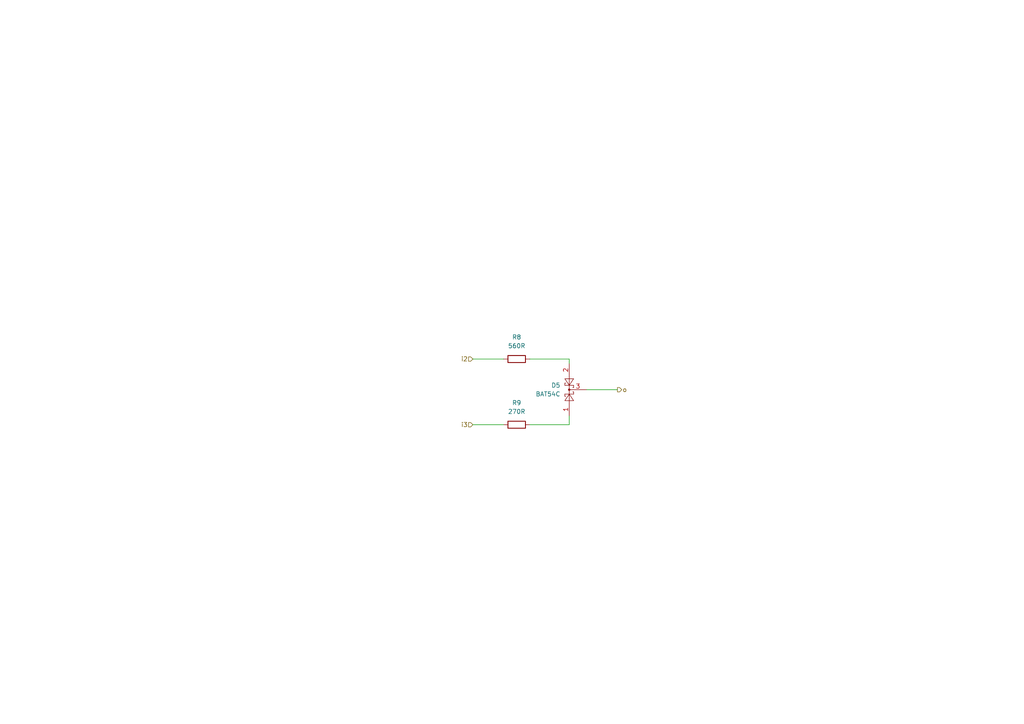
<source format=kicad_sch>
(kicad_sch (version 20231120) (generator "eeschema") (generator_version "8.0")
  (paper "A4")
  (lib_symbols
    (symbol "Device:R" (pin_numbers hide) (pin_names (offset 0))
      (property "Reference" "R" (at 2.032 0 90))
      (property "Value" "R" (at 0 0 90))
      (symbol "R_0_1"
        (rectangle (start -1.016 -2.54) (end 1.016 2.54) (stroke (width 0.254)))
      )
      (symbol "R_1_1"
        (pin passive line (at 0 3.81 270) (length 1.27) (name "~") (number "1"))
        (pin passive line (at 0 -3.81 90) (length 1.27) (name "~") (number "2"))
      )
    )
    (symbol "Diode:BAT54C" (pin_names (offset 1.016))
      (property "Reference" "D" (at 0.635 -3.81 0))
      (property "Value" "BAT54C" (at -6.35 3.175 0))
      (symbol "BAT54C_0_1"
        (polyline (pts (xy -1.905 0) (xy 1.905 0)))
        (polyline (pts (xy -1.905 1.27) (xy -1.905 1.016)))
        (polyline (pts (xy -1.27 -1.27) (xy -0.635 -1.27)))
        (polyline (pts (xy -1.27 0) (xy -3.81 0)))
        (polyline (pts (xy -1.27 1.27) (xy -1.905 1.27)))
        (polyline (pts (xy -1.27 1.27) (xy -1.27 -1.27)))
        (polyline (pts (xy -0.635 -1.27) (xy -0.635 -1.016)))
        (polyline (pts (xy 0.635 -1.27) (xy 0.635 -1.016)))
        (polyline (pts (xy 1.27 -1.27) (xy 0.635 -1.27)))
        (polyline (pts (xy 1.27 1.27) (xy 1.27 -1.27)))
        (polyline (pts (xy 1.27 1.27) (xy 1.905 1.27)))
        (polyline (pts (xy 1.905 1.27) (xy 1.905 1.016)))
        (polyline (pts (xy 3.81 0) (xy 1.27 0)))
        (polyline (pts (xy -3.175 -1.27) (xy -3.175 1.27) (xy -1.27 0) (xy -3.175 -1.27)))
        (polyline (pts (xy 3.175 -1.27) (xy 3.175 1.27) (xy 1.27 0) (xy 3.175 -1.27)))
        (circle (center 0 0) (radius 0.254) (fill (type outline)))
      )
      (symbol "BAT54C_1_1"
        (pin passive line (at -7.62 0 0) (length 3.81) (name "~") (number "1"))
        (pin passive line (at 7.62 0 180) (length 3.81) (name "~") (number "2"))
        (pin passive line (at 0 -5.08 90) (length 5.08) (name "~") (number "3"))
      )
    )
  )
  (wire (pts (xy 170.18 113.03) (xy 179.07 113.03)))
  (wire (pts (xy 165.1 123.19) (xy 165.1 120.65)))
  (wire (pts (xy 165.1 104.14) (xy 165.1 105.41)))
  (wire (pts (xy 153.67 104.14) (xy 165.1 104.14)))
  (wire (pts (xy 137.16 104.14) (xy 146.05 104.14)))
  (wire (pts (xy 137.16 123.19) (xy 146.05 123.19)))
  (wire (pts (xy 153.67 123.19) (xy 165.1 123.19)))
  (hierarchical_label "i3" (shape input) (at 137.16 123.19 180))
  (hierarchical_label "o" (shape output) (at 179.07 113.03 0))
  (hierarchical_label "i2" (shape input) (at 137.16 104.14 180))
  (symbol (lib_id "Device:R") (at 149.86 123.19 90) (unit 1)
    (property "Reference" "R9" (at 149.86 116.84 90))
    (property "Value" "270R" (at 149.86 119.38 90))
    (property "Footprint" "Resistor_SMD:R_0603_1608Metric_Pad0.98x0.95mm_HandSolder" (effects (hide yes)))
    (property "Description" "Resistor" (effects (hide yes)))
  )
  (symbol (lib_id "Device:R") (at 149.86 104.14 90) (unit 1)
    (property "Reference" "R8" (at 149.86 97.79 90))
    (property "Value" "560R" (at 149.86 100.33 90))
    (property "Footprint" "Resistor_SMD:R_0603_1608Metric_Pad0.98x0.95mm_HandSolder" (effects (hide yes)))
    (property "Description" "Resistor" (effects (hide yes)))
  )
  (symbol (lib_id "Diode:BAT54C") (at 165.1 113.03 90) (unit 1)
    (property "Reference" "D5" (at 162.56 111.7599 90) (effects (justify left)))
    (property "Value" "BAT54C" (at 162.56 114.2999 90) (effects (justify left)))
    (property "Footprint" "Package_TO_SOT_SMD:SOT-23" (effects (hide yes)))
    (property "Datasheet" "http://www.diodes.com/_files/datasheets/ds11005.pdf" (effects (hide yes)))
    (property "Description" "dual schottky barrier diode, common cathode" (effects (hide yes)))
  )
)
</source>
